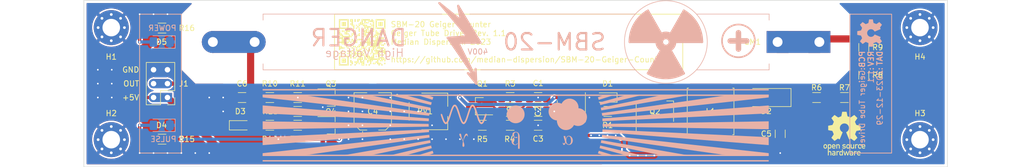
<source format=kicad_pcb>
(kicad_pcb (version 20221018) (generator pcbnew)
  (title_block (title "Geiger Tube Driver") (date "2023-12-29") (rev "1.1") (company "https://github.com/median-dispersion/SBM-20-Geiger-Counter"))
  (layers (0 "F.Cu" signal) (31 "B.Cu" signal) (34 "B.Paste" user) (35 "F.Paste" user) (36 "B.SilkS" user "B.Silkscreen") (37 "F.SilkS" user "F.Silkscreen") (38 "B.Mask" user) (39 "F.Mask" user) (44 "Edge.Cuts" user))
  (net 0 "")
  (net 1 "Net-(D1-K)")
  (net 2 "GND")
  (net 3 "Net-(U1-CV)")
  (net 4 "+5V")
  (net 5 "Net-(D2-K)")
  (net 6 "Net-(C6-Pad1)")
  (net 7 "Net-(D1-A)")
  (net 8 "Net-(D2-A)")
  (net 9 "Net-(D3-K)")
  (net 10 "Net-(D3-A)")
  (net 11 "Net-(D4-A)")
  (net 12 "Net-(D5-A)")
  (net 13 "Net-(GM1-Pad1)")
  (net 14 "Net-(Q1-B)")
  (net 15 "Net-(Q1-C)")
  (net 16 "Net-(Q3-B)")
  (net 17 "Net-(Q3-C)")
  (net 18 "Net-(Q4-B)")
  (net 19 "Net-(Q4-C)")
  (net 20 "Net-(U1-Q)")
  (net 21 "Net-(R5-Pad2)")
  (net 22 "Net-(R6-Pad2)")
  (net 23 "Net-(R7-Pad2)")
  (net 24 "Net-(R8-Pad2)")
  (net 25 "Net-(Q2-B)")
  (footprint "Footprints:MountingHole_3.2mm_M3_Pad_Via" (layer "F.Cu") (at 76.77 111.59)
    (fp_text reference "H2" (at 0 -4.82) (layer "F.SilkS"))
    (fp_text value "MountingHole_Pad")
    (pad "1" thru_hole circle (at -2.4 0) (size 1 1) (drill 0.5) (layers "*.Cu" "*.Mask") (net 2 "GND"))
    (pad "1" thru_hole circle (at -1.697056 -1.697056) (size 1 1) (drill 0.5) (layers "*.Cu" "*.Mask") (net 2 "GND"))
    (pad "1" thru_hole circle (at -1.697056 1.697056) (size 1 1) (drill 0.5) (layers "*.Cu" "*.Mask") (net 2 "GND"))
    (pad "1" thru_hole circle (at 0 -2.4) (size 1 1) (drill 0.5) (layers "*.Cu" "*.Mask") (net 2 "GND"))
    (pad "1" thru_hole circle (at 0 0) (size 6.4 6.4) (drill 3.2) (layers "*.Cu" "*.Mask") (net 2 "GND"))
    (pad "1" thru_hole circle (at 0 2.4) (size 1 1) (drill 0.5) (layers "*.Cu" "*.Mask") (net 2 "GND"))
    (pad "1" thru_hole circle (at 1.697056 -1.697056) (size 1 1) (drill 0.5) (layers "*.Cu" "*.Mask") (net 2 "GND"))
    (pad "1" thru_hole circle (at 1.697056 1.697056) (size 1 1) (drill 0.5) (layers "*.Cu" "*.Mask") (net 2 "GND"))
    (pad "1" thru_hole circle (at 2.4 0) (size 1 1) (drill 0.5) (layers "*.Cu" "*.Mask") (net 2 "GND"))
  )
  (footprint "Diode_SMD:D_SOD-323_HandSoldering" (layer "F.Cu") (at 100.31 108.96)
    (fp_text reference "D3" (at 0 -2.54) (layer "F.SilkS"))
    (fp_text value "RB751V-40")
    (pad "1" smd roundrect (at -1.25 0) (size 1 1) (layers "F.Cu" "F.Paste" "F.Mask") (net 9 "Net-(D3-K)"))
    (pad "2" smd roundrect (at 1.25 0) (size 1 1) (layers "F.Cu" "F.Paste" "F.Mask") (net 10 "Net-(D3-A)"))
  )
  (footprint "Resistor_SMD:R_1206_3216Metric_Pad1.30x1.75mm_HandSolder" (layer "F.Cu") (at 110.77 106.42 180)
    (fp_text reference "R13" (at 3.43 0) (layer "F.SilkS") (effects (justify right)))
    (fp_text value "10k")
    (pad "1" smd roundrect (at -1.55 0 180) (size 1.3 1.75) (layers "F.Cu" "F.Paste" "F.Mask") (roundrect_rratio 0.192308) (net 17 "Net-(Q3-C)"))
    (pad "2" smd roundrect (at 1.55 0 180) (size 1.3 1.75) (layers "F.Cu" "F.Paste" "F.Mask") (roundrect_rratio 0.192308) (net 18 "Net-(Q4-B)"))
  )
  (footprint "Package_SO:SOIC-8_3.9x4.9mm_P1.27mm" (layer "F.Cu") (at 160.68 106.42 -90)
    (fp_text reference "U1" (at 0 0 -180) (layer "F.SilkS"))
    (fp_text value "NE555D")
    (pad "1" smd roundrect (at -2.475 -1.905 270) (size 1.95 0.6) (layers "F.Cu" "F.Paste" "F.Mask") (net 2 "GND"))
    (pad "2" smd roundrect (at -2.475 -0.635 270) (size 1.95 0.6) (layers "F.Cu" "F.Paste" "F.Mask") (net 1 "Net-(D1-K)"))
    (pad "3" smd roundrect (at -2.475 0.635 270) (size 1.95 0.6) (layers "F.Cu" "F.Paste" "F.Mask") (net 20 "Net-(U1-Q)"))
    (pad "4" smd roundrect (at -2.475 1.905 270) (size 1.95 0.6) (layers "F.Cu" "F.Paste" "F.Mask") (net 15 "Net-(Q1-C)"))
    (pad "5" smd roundrect (at 2.475 1.905 270) (size 1.95 0.6) (layers "F.Cu" "F.Paste" "F.Mask") (net 3 "Net-(U1-CV)"))
    (pad "6" smd roundrect (at 2.475 0.635 270) (size 1.95 0.6) (layers "F.Cu" "F.Paste" "F.Mask") (net 2 "GND"))
    (pad "7" smd roundrect (at 2.475 -0.635 270) (size 1.95 0.6) (layers "F.Cu" "F.Paste" "F.Mask") (net 25 "Net-(Q2-B)"))
    (pad "8" smd roundrect (at 2.475 -1.905 270) (size 1.95 0.6) (layers "F.Cu" "F.Paste" "F.Mask") (net 4 "+5V"))
  )
  (footprint "Resistor_SMD:R_1206_3216Metric_Pad1.30x1.75mm_HandSolder" (layer "F.Cu") (at 210.49 103.88)
    (fp_text reference "R7" (at 0 -1.82) (layer "F.SilkS"))
    (fp_text value "1.2M")
    (pad "1" smd roundrect (at -1.55 0) (size 1.3 1.75) (layers "F.Cu" "F.Paste" "F.Mask") (roundrect_rratio 0.192308) (net 22 "Net-(R6-Pad2)"))
    (pad "2" smd roundrect (at 1.55 0) (size 1.3 1.75) (layers "F.Cu" "F.Paste" "F.Mask") (roundrect_rratio 0.192308) (net 23 "Net-(R7-Pad2)"))
  )
  (footprint "Package_TO_SOT_SMD:SOT-23_Handsoldering" (layer "F.Cu") (at 143.94 105.47 180)
    (fp_text reference "Q1" (at -0.51 4.13) (layer "F.SilkS"))
    (fp_text value "MMBT3904")
    (pad "1" smd rect (at -1.5 -0.95 180) (size 1.9 0.8) (layers "F.Cu" "F.Paste" "F.Mask") (net 14 "Net-(Q1-B)"))
    (pad "2" smd rect (at -1.5 0.95 180) (size 1.9 0.8) (layers "F.Cu" "F.Paste" "F.Mask") (net 2 "GND"))
    (pad "3" smd rect (at 1.5 0 180) (size 1.9 0.8) (layers "F.Cu" "F.Paste" "F.Mask") (net 15 "Net-(Q1-C)"))
  )
  (footprint "Resistor_SMD:R_1206_3216Metric_Pad1.30x1.75mm_HandSolder" (layer "F.Cu") (at 214.02 99.79 90)
    (fp_text reference "R8" (at 0 2.54 180) (layer "F.SilkS"))
    (fp_text value "1.2M")
    (pad "1" smd roundrect (at -1.55 0 90) (size 1.3 1.75) (layers "F.Cu" "F.Paste" "F.Mask") (roundrect_rratio 0.192308) (net 23 "Net-(R7-Pad2)"))
    (pad "2" smd roundrect (at 1.55 0 90) (size 1.3 1.75) (layers "F.Cu" "F.Paste" "F.Mask") (roundrect_rratio 0.192308) (net 24 "Net-(R8-Pad2)"))
  )
  (footprint "Resistor_SMD:R_1206_3216Metric_Pad1.30x1.75mm_HandSolder" (layer "F.Cu") (at 214.02 94.71 90)
    (fp_text reference "R9" (at 0 2.54 180) (layer "F.SilkS"))
    (fp_text value "1.2M")
    (pad "1" smd roundrect (at -1.55 0 90) (size 1.3 1.75) (layers "F.Cu" "F.Paste" "F.Mask") (roundrect_rratio 0.192308) (net 24 "Net-(R8-Pad2)"))
    (pad "2" smd roundrect (at 1.55 0 90) (size 1.3 1.75) (layers "F.Cu" "F.Paste" "F.Mask") (roundrect_rratio 0.192308) (net 13 "Net-(GM1-Pad1)"))
  )
  (footprint "Footprints:QR Code" (layer "F.Cu") (at 122.588646 93.948912)
    (fp_text reference "REF**" hide)
    (fp_text value "QR Code" hide)
  )
  (footprint "Capacitor_SMD:C_1206_3216Metric_Pad1.33x1.80mm_HandSolder" (layer "F.Cu") (at 198.78 110.5225 -90)
    (fp_text reference "C5" (at 0 2.54 180) (layer "F.SilkS"))
    (fp_text value "10nF")
    (pad "1" smd roundrect (at -1.5625 0 270) (size 1.325 1.8) (layers "F.Cu" "F.Paste" "F.Mask") (roundrect_rratio 0.188679) (net 5 "Net-(D2-K)"))
    (pad "2" smd roundrect (at 1.5625 0 270) (size 1.325 1.8) (layers "F.Cu" "F.Paste" "F.Mask") (roundrect_rratio 0.188679) (net 2 "GND"))
  )
  (footprint "Resistor_SMD:R_1206_3216Metric_Pad1.30x1.75mm_HandSolder" (layer "F.Cu") (at 167.31 106.42)
    (fp_text reference "R1" (at 0 2.54) (layer "F.SilkS"))
    (fp_text value "330")
    (pad "1" smd roundrect (at -1.55 0) (size 1.3 1.75) (layers "F.Cu" "F.Paste" "F.Mask") (roundrect_rratio 0.192308) (net 20 "Net-(U1-Q)"))
    (pad "2" smd roundrect (at 1.55 0) (size 1.3 1.75) (layers "F.Cu" "F.Paste" "F.Mask") (roundrect_rratio 0.192308) (net 25 "Net-(Q2-B)"))
  )
  (footprint "Footprints:MountingHole_3.2mm_M3_Pad_Via" (layer "F.Cu") (at 76.77 91.09)
    (fp_text reference "H1" (at 0 5.34) (layer "F.SilkS"))
    (fp_text value "MountingHole_Pad")
    (pad "1" thru_hole circle (at -2.4 0) (size 1 1) (drill 0.5) (layers "*.Cu" "*.Mask") (net 2 "GND"))
    (pad "1" thru_hole circle (at -1.697056 -1.697056) (size 1 1) (drill 0.5) (layers "*.Cu" "*.Mask") (net 2 "GND"))
    (pad "1" thru_hole circle (at -1.697056 1.697056) (size 1 1) (drill 0.5) (layers "*.Cu" "*.Mask") (net 2 "GND"))
    (pad "1" thru_hole circle (at 0 -2.4) (size 1 1) (drill 0.5) (layers "*.Cu" "*.Mask") (net 2 "GND"))
    (pad "1" thru_hole circle (at 0 0) (size 6.4 6.4) (drill 3.2) (layers "*.Cu" "*.Mask") (net 2 "GND"))
    (pad "1" thru_hole circle (at 0 2.4) (size 1 1) (drill 0.5) (layers "*.Cu" "*.Mask") (net 2 "GND"))
    (pad "1" thru_hole circle (at 1.697056 -1.697056) (size 1 1) (drill 0.5) (layers "*.Cu" "*.Mask") (net 2 "GND"))
    (pad "1" thru_hole circle (at 1.697056 1.697056) (size 1 1) (drill 0.5) (layers "*.Cu" "*.Mask") (net 2 "GND"))
    (pad "1" thru_hole circle (at 2.4 0) (size 1 1) (drill 0.5) (layers "*.Cu" "*.Mask") (net 2 "GND"))
  )
  (footprint "Footprints:OSHW" (layer "F.Cu") (at 210.491096 110.11372)
    (fp_text reference "REF**" hide)
    (fp_text value "OSHW" hide)
  )
  (footprint "Connector_PinHeader_2.54mm:PinHeader_2x03_P2.54mm_Vertical" (layer "F.Cu") (at 87.02 103.88 180)
    (fp_text reference "J1" (at -2.98 2.54) (layer "F.SilkS"))
    (fp_text value "I/O")
    (pad "1" thru_hole rect (at 0 0 180) (size 1.7 1.7) (drill 1) (layers "*.Cu" "*.Mask") (net 4 "+5V"))
    (pad "2" thru_hole oval (at 2.54 0 180) (size 1.7 1.7) (drill 1) (layers "*.Cu" "*.Mask") (net 4 "+5V"))
    (pad "3" thru_hole oval (at 0 2.54 180) (size 1.7 1.7) (drill 1) (layers "*.Cu" "*.Mask") (net 9 "Net-(D3-K)"))
    (pad "4" thru_hole oval (at 2.54 2.54 180) (size 1.7 1.7) (drill 1) (layers "*.Cu" "*.Mask") (net 9 "Net-(D3-K)"))
    (pad "5" thru_hole oval (at 0 5.08 180) (size 1.7 1.7) (drill 1) (layers "*.Cu" "*.Mask") (net 2 "GND"))
    (pad "6" thru_hole oval (at 2.54 5.08 180) (size 1.7 1.7) (drill 1) (layers "*.Cu" "*.Mask") (net 2 "GND"))
  )
  (footprint "Capacitor_SMD:C_1206_3216Metric_Pad1.33x1.80mm_HandSolder" (layer "F.Cu") (at 154.6225 103.88)
    (fp_text reference "C1" (at 0 -2.605) (layer "F.SilkS"))
    (fp_text value "1nF")
    (pad "1" smd roundrect (at -1.5625 0) (size 1.325 1.8) (layers "F.Cu" "F.Paste" "F.Mask") (roundrect_rratio 0.188679) (net 1 "Net-(D1-K)"))
    (pad "2" smd roundrect (at 1.5625 0) (size 1.325 1.8) (layers "F.Cu" "F.Paste" "F.Mask") (roundrect_rratio 0.188679) (net 2 "GND"))
  )
  (footprint "Footprints:SMA_HV_Handsoldering" (layer "F.Cu") (at 196.24 103.88 180)
    (fp_text reference "D2" (at 0 -2.5) (layer "F.SilkS"))
    (fp_text value "RS1J")
    (pad "1" smd roundrect (at -2.6 0 180) (size 3.3 1.8) (layers "F.Cu" "F.Paste" "F.Mask") (roundrect_rratio 0.1388888889) (net 5 "Net-(D2-K)"))
    (pad "2" smd roundrect (at 2.599995 0 180) (size 3.29999 1.8) (layers "F.Cu" "F.Paste" "F.Mask") (roundrect_rratio 0.1388888889) (net 8 "Net-(D2-A)"))
  )
  (footprint "Resistor_SMD:R_1206_3216Metric_Pad1.30x1.75mm_HandSolder" (layer "F.Cu") (at 110.77 108.96)
    (fp_text reference "R12" (at 0 2.54) (layer "F.SilkS"))
    (fp_text value "10k")
    (pad "1" smd roundrect (at -1.55 0) (size 1.3 1.75) (layers "F.Cu" "F.Paste" "F.Mask") (roundrect_rratio 0.192308) (net 4 "+5V"))
    (pad "2" smd roundrect (at 1.55 0) (size 1.3 1.75) (layers "F.Cu" "F.Paste" "F.Mask") (roundrect_rratio 0.192308) (net 17 "Net-(Q3-C)"))
  )
  (footprint "Capacitor_SMD:C_1206_3216Metric_Pad1.33x1.80mm_HandSolder" (layer "F.Cu") (at 154.6225 108.96)
    (fp_text reference "C3" (at 0 2.475) (layer "F.SilkS"))
    (fp_text value "10nF")
    (pad "1" smd roundrect (at -1.5625 0) (size 1.325 1.8) (layers "F.Cu" "F.Paste" "F.Mask") (roundrect_rratio 0.188679) (net 4 "+5V"))
    (pad "2" smd roundrect (at 1.5625 0) (size 1.325 1.8) (layers "F.Cu" "F.Paste" "F.Mask") (roundrect_rratio 0.188679) (net 2 "GND"))
  )
  (footprint "Resistor_SMD:R_1206_3216Metric_Pad1.30x1.75mm_HandSolder" (layer "F.Cu") (at 110.77 103.88)
    (fp_text reference "R11" (at 0 -2.54) (layer "F.SilkS"))
    (fp_text value "100k")
    (pad "1" smd roundrect (at -1.55 0) (size 1.3 1.75) (layers "F.Cu" "F.Paste" "F.Mask") (roundrect_rratio 0.192308) (net 16 "Net-(Q3-B)"))
    (pad "2" smd roundrect (at 1.55 0) (size 1.3 1.75) (layers "F.Cu" "F.Paste" "F.Mask") (roundrect_rratio 0.192308) (net 2 "GND"))
  )
  (footprint "Capacitor_SMD:C_1206_3216Metric_Pad1.33x1.80mm_HandSolder" (layer "F.Cu") (at 154.6225 106.42)
    (fp_text reference "C2" (at 0 0 90) (layer "F.SilkS"))
    (fp_text value "10nF")
    (pad "1" smd roundrect (at -1.5625 0) (size 1.325 1.8) (layers "F.Cu" "F.Paste" "F.Mask") (roundrect_rratio 0.188679) (net 3 "Net-(U1-CV)"))
    (pad "2" smd roundrect (at 1.5625 0) (size 1.325 1.8) (layers "F.Cu" "F.Paste" "F.Mask") (roundrect_rratio 0.188679) (net 2 "GND"))
  )
  (footprint "Resistor_SMD:R_1206_3216Metric_Pad1.30x1.75mm_HandSolder" (layer "F.Cu") (at 144.45 108.96 180)
    (fp_text reference "R5" (at 0 -2.54) (layer "F.SilkS"))
    (fp_text value "15")
    (pad "1" smd roundrect (at -1.55 0 180) (size 1.3 1.75) (layers "F.Cu" "F.Paste" "F.Mask") (roundrect_rratio 0.192308) (net 14 "Net-(Q1-B)"))
    (pad "2" smd roundrect (at 1.55 0 180) (size 1.3 1.75) (layers "F.Cu" "F.Paste" "F.Mask") (roundrect_rratio 0.192308) (net 21 "Net-(R5-Pad2)"))
  )
  (footprint "Package_TO_SOT_SMD:SOT-223-3_TabPin2" (layer "F.Cu") (at 175.92 106.42 90)
    (fp_text reference "Q2" (at 0 0 180) (layer "F.SilkS"))
    (fp_text value "STN2580")
    (pad "1" smd rect (at -3.15 -2.3 90) (size 2 1.5) (layers "F.Cu" "F.Paste" "F.Mask") (net 25 "Net-(Q2-B)"))
    (pad "2" smd rect (at -3.15 0 90) (size 2 1.5) (layers "F.Cu" "F.Paste" "F.Mask") (net 8 "Net-(D2-A)"))
    (pad "2" smd rect (at 3.15 0 90) (size 2 3.8) (layers "F.Cu" "F.Paste" "F.Mask") (net 8 "Net-(D2-A)"))
    (pad "3" smd rect (at -3.15 2.3 90) (size 2 1.5) (layers "F.Cu" "F.Paste" "F.Mask") (net 14 "Net-(Q1-B)"))
  )
  (footprint "Resistor_SMD:R_1206_3216Metric_Pad1.30x1.75mm_HandSolder" (layer "F.Cu") (at 149.53 106.42 180)
    (fp_text reference "R2" (at 0 0 90) (layer "F.SilkS"))
    (fp_text value "1k")
    (pad "1" smd roundrect (at -1.55 0 180) (size 1.3 1.75) (layers "F.Cu" "F.Paste" "F.Mask") (roundrect_rratio 0.192308) (net 20 "Net-(U1-Q)"))
    (pad "2" smd roundrect (at 1.55 0 180) (size 1.3 1.75) (layers "F.Cu" "F.Paste" "F.Mask") (roundrect_rratio 0.192308) (net 7 "Net-(D1-A)"))
  )
  (footprint "Footprints:3361P-1-100GLF" (layer "F.Cu") (at 134.62 106.42)
    (fp_text reference "RV1" (at -0.62 0) (layer "F.SilkS"))
    (fp_text value "10")
    (pad "1" smd rect (at -3.2 -2.54) (size 3.3 1.19) (layers "F.Cu" "F.Paste" "F.Mask") (net 21 "Net-(R5-Pad2)"))
    (pad "2" smd rect (at 3.2 0) (size 3.3 1.19) (layers "F.Cu" "F.Paste" "F.Mask") (net 21 "Net-(R5-Pad2)"))
    (pad "3" smd rect (at -3.2 2.54) (size 3.3 1.19) (layers "F.Cu" "F.Paste" "F.Mask") (net 2 "GND"))
  )
  (footprint "Resistor_SMD:R_1206_3216Metric_Pad1.30x1.75mm_HandSolder" (layer "F.Cu") (at 86.03 91.18 180)
    (fp_text reference "R16" (at -6.07 0) (layer "F.SilkS") (effects (justify right)))
    (fp_text value "1k")
    (pad "1" smd roundrect (at -1.55 0 180) (size 1.3 1.75) (layers "F.Cu" "F.Paste" "F.Mask") (roundrect_rratio 0.192308) (net 4 "+5V"))
    (pad "2" smd roundrect (at 1.55 0 180) (size 1.3 1.75) (layers "F.Cu" "F.Paste" "F.Mask") (roundrect_rratio 0.192308) (net 12 "Net-(D5-A)"))
  )
  (footprint "Resistor_SMD:R_1206_3216Metric_Pad1.30x1.75mm_HandSolder" (layer "F.Cu") (at 105.69 108.96 180)
    (fp_text reference "R14" (at 0 -2.54) (layer "F.SilkS"))
    (fp_text value "10k")
    (pad "1" smd roundrect (at -1.55 0 180) (size 1.3 1.75) (layers "F.Cu" "F.Paste" "F.Mask") (roundrect_rratio 0.192308) (net 19 "Net-(Q4-C)"))
    (pad "2" smd roundrect (at 1.55 0 180) (size 1.3 1.75) (layers "F.Cu" "F.Paste" "F.Mask") (roundrect_rratio 0.192308) (net 10 "Net-(D3-A)"))
  )
  (footprint "Resistor_SMD:R_1206_3216Metric_Pad1.30x1.75mm_HandSolder" (layer "F.Cu") (at 149.53 108.96)
    (fp_text reference "R4" (at 0.99 2.54) (layer "F.SilkS") (effects (justify right)))
    (fp_text value "100k")
    (pad "1" smd roundrect (at -1.55 0) (size 1.3 1.75) (layers "F.Cu" "F.Paste" "F.Mask") (roundrect_rratio 0.192308) (net 4 "+5V"))
    (pad "2" smd roundrect (at 1.55 0) (size 1.3 1.75) (layers "F.Cu" "F.Paste" "F.Mask") (roundrect_rratio 0.192308) (net 15 "Net-(Q1-C)"))
  )
  (footprint "Resistor_SMD:R_1206_3216Metric_Pad1.30x1.75mm_HandSolder" (layer "F.Cu") (at 86.03 111.5 180)
    (fp_text reference "R15" (at -6.07 0) (layer "F.SilkS") (effects (justify right)))
    (fp_text value "150")
    (pad "1" smd roundrect (at -1.55 0 180) (size 1.3 1.75) (layers "F.Cu" "F.Paste" "F.Mask") (roundrect_rratio 0.192308) (net 19 "Net-(Q4-C)"))
    (pad "2" smd roundrect (at 1.55 0 180) (size 1.3 1.75) (layers "F.Cu" "F.Paste" "F.Mask") (roundrect_rratio 0.192308) (net 11 "Net-(D4-A)"))
  )
  (footprint "Resistor_SMD:R_1206_3216Metric_Pad1.30x1.75mm_HandSolder" (layer "F.Cu") (at 105.69 103.88)
    (fp_text reference "R10" (at 0 -2.54) (layer "F.SilkS"))
    (fp_text value "22k")
    (pad "1" smd roundrect (at -1.55 0) (size 1.3 1.75) (layers "F.Cu" "F.Paste" "F.Mask") (roundrect_rratio 0.192308) (net 6 "Net-(C6-Pad1)"))
    (pad "2" smd roundrect (at 1.55 0) (size 1.3 1.75) (layers "F.Cu" "F.Paste" "F.Mask") (roundrect_rratio 0.192308) (net 16 "Net-(Q3-B)"))
  )
  (footprint "Package_TO_SOT_SMD:SOT-23_Handsoldering" (layer "F.Cu") (at 116.84 103.88)
    (fp_text reference "Q3" (at 0 -2.5) (layer "F.SilkS"))
    (fp_text value "MMBT3904")
    (pad "1" smd rect (at -1.5 -0.95) (size 1.9 0.8) (layers "F.Cu" "F.Paste" "F.Mask") (net 16 "Net-(Q3-B)"))
    (pad "2" smd rect (at -1.5 0.95) (size 1.9 0.8) (layers "F.Cu" "F.Paste" "F.Mask") (net 2 "GND"))
    (pad "3" smd rect (at 1.5 0) (size 1.9 0.8) (layers "F.Cu" "F.Paste" "F.Mask") (net 17 "Net-(Q3-C)"))
  )
  (footprint "Diode_SMD:D_SOD-323_HandSoldering" (layer "F.Cu") (at 167.01 103.88 180)
    (fp_text reference "D1" (at -0.3 2.54) (layer "F.SilkS"))
    (fp_text value "1N914BWS")
    (pad "1" smd roundrect (at -1.25 0 180) (size 1 1) (layers "F.Cu" "F.Paste" "F.Mask") (net 1 "Net-(D1-K)"))
    (pad "2" smd roundrect (at 1.25 0 180) (size 1 1) (layers "F.Cu" "F.Paste" "F.Mask") (net 7 "Net-(D1-A)"))
  )
  (footprint "Capacitor_SMD:C_1206_3216Metric_Pad1.33x1.80mm_HandSolder" (layer "F.Cu") (at 100.6225 103.88 180)
    (fp_text reference "C6" (at 0 2.54) (layer "F.SilkS"))
    (fp_text value "220pF")
    (pad "1" smd roundrect (at -1.5625 0 180) (size 1.325 1.8) (layers "F.Cu" "F.Paste" "F.Mask") (roundrect_rratio 0.188679) (net 6 "Net-(C6-Pad1)"))
    (pad "2" smd roundrect (at 1.5625 0 180) (size 1.325 1.8) (layers "F.Cu" "F.Paste" "F.Mask") (roundrect_rratio 0.188679) (net 2 "GND"))
  )
  (footprint "Capacitor_SMD:CP_Elec_6.3x5.4" (layer "F.Cu") (at 124.46 106.42 90)
    (fp_text reference "C4" (at 0 0 180) (layer "F.SilkS"))
    (fp_text value "100uF")
    (pad "1" smd roundrect (at -2.8 0 90) (size 3.5 1.6) (layers "F.Cu" "F.Paste" "F.Mask") (roundrect_rratio 0.15625) (net 4 "+5V"))
    (pad "2" smd roundrect (at 2.8 0 90) (size 3.5 1.6) (layers "F.Cu" "F.Paste" "F.Mask") (roundrect_rratio 0.15625) (net 2 "GND"))
  )
  (footprint "Package_TO_SOT_SMD:SOT-23_Handsoldering" (layer "F.Cu") (at 116.84 108.96)
    (fp_text reference "Q4" (at 0 -2.5) (layer "F.SilkS"))
    (fp_text value "MMBT3906")
    (pad "1" smd rect (at -1.5 -0.95) (size 1.9 0.8) (layers "F.Cu" "F.Paste" "F.Mask") (net 18 "Net-(Q4-B)"))
    (pad "2" smd rect (at -1.5 0.95) (size 1.9 0.8) (layers "F.Cu" "F.Paste" "F.Mask") (net 4 "+5V"))
    (pad "3" smd rect (at 1.5 0) (size 1.9 0.8) (layers "F.Cu" "F.Paste" "F.Mask") (net 19 "Net-(Q4-C)"))
  )
  (footprint "Footprints:MountingHole_3.2mm_M3_Pad_Via" (layer "F.Cu") (at 224.27 111.59)
    (fp_text reference "H3" (at 0 -4.82) (layer "F.SilkS"))
    (fp_text value "MountingHole_Pad")
    (pad "1" thru_hole circle (at -2.4 0) (size 1 1) (drill 0.5) (layers "*.Cu" "*.Mask") (net 2 "GND"))
    (pad "1" thru_hole circle (at -1.697056 -1.697056) (size 1 1) (drill 0.5) (layers "*.Cu" "*.Mask") (net 2 "GND"))
    (pad "1" thru_hole circle (at -1.697056 1.697056) (size 1 1) (drill 0.5) (layers "*.Cu" "*.Mask") (net 2 "GND"))
    (pad "1" thru_hole circle (at 0 -2.4) (size 1 1) (drill 0.5) (layers "*.Cu" "*.Mask") (net 2 "GND"))
    (pad "1" thru_hole circle (at 0 0) (size 6.4 6.4) (drill 3.2) (layers "*.Cu" "*.Mask") (net 2 "GND"))
    (pad "1" thru_hole circle (at 0 2.4) (size 1 1) (drill 0.5) (layers "*.Cu" "*.Mask") (net 2 "GND"))
    (pad "1" thru_hole circle (at 1.697056 -1.697056) (size 1 1) (drill 0.5) (layers "*.Cu" "*.Mask") (net 2 "GND"))
    (pad "1" thru_hole circle (at 1.697056 1.697056) (size 1 1) (drill 0.5) (layers "*.Cu" "*.Mask") (net 2 "GND"))
    (pad "1" thru_hole circle (at 2.4 0) (size 1 1) (drill 0.5) (layers "*.Cu" "*.Mask") (net 2 "GND"))
  )
  (footprint "Resistor_SMD:R_1206_3216Metric_Pad1.30x1.75mm_HandSolder" (layer "F.Cu") (at 149.53 103.88 180)
    (fp_text reference "R3" (at 0 2.54) (layer "F.SilkS"))
    (fp_text value "220k")
    (pad "1" smd roundrect (at -1.55 0 180) (size 1.3 1.75) (layers "F.Cu" "F.Paste" "F.Mask") (roundrect_rratio 0.192308) (net 1 "Net-(D1-K)"))
    (pad "2" smd roundrect (at 1.55 0 180) (size 1.3 1.75) (layers "F.Cu" "F.Paste" "F.Mask") (roundrect_rratio 0.192308) (net 2 "GND"))
  )
  (footprint "Resistor_SMD:R_1206_3216Metric_Pad1.30x1.75mm_HandSolder" (layer "F.Cu") (at 205.41 103.88)
    (fp_text reference "R6" (at 0 -1.82) (layer "F.SilkS"))
    (fp_text value "1.2M")
    (pad "1" smd roundrect (at -1.55 0) (size 1.3 1.75) (layers "F.Cu" "F.Paste" "F.Mask") (roundrect_rratio 0.192308) (net 5 "Net-(D2-K)"))
    (pad "2" smd roundrect (at 1.55 0) (size 1.3 1.75) (layers "F.Cu" "F.Paste" "F.Mask") (roundrect_rratio 0.192308) (net 22 "Net-(R6-Pad2)"))
  )
  (footprint "Footprints:8065_Handsoldering" (layer "F.Cu") (at 186.08 106.42 90)
    (fp_text reference "L1" (at 0 0 180) (layer "F.SilkS"))
    (fp_text value "10mH")
    (pad "1" smd rect (at -3.49 0 90) (size 3.18 7.5) (layers "F.Cu" "F.Paste" "F.Mask") (net 4 "+5V"))
    (pad "2" smd rect (at 3.49 0 90) (size 3.18 7.5) (layers "F.Cu" "F.Paste" "F.Mask") (net 8 "Net-(D2-A)"))
  )
  (footprint "Footprints:MountingHole_3.2mm_M3_Pad_Via" (layer "F.Cu") (at 224.27 91.09)
    (fp_text reference "H4" (at 0 5.34) (layer "F.SilkS"))
    (fp_text value "MountingHole_Pad")
    (pad "1" thru_hole circle (at -2.4 0) (size 1 1) (drill 0.5) (layers "*.Cu" "*.Mask") (net 2 "GND"))
    (pad "1" thru_hole circle (at -1.697056 -1.697056) (size 1 1) (drill 0.5) (layers "*.Cu" "*.Mask") (net 2 "GND"))
    (pad "1" thru_hole circle (at -1.697056 1.697056) (size 1 1) (drill 0.5) (layers "*.Cu" "*.Mask") (net 2 "GND"))
    (pad "1" thru_hole circle (at 0 -2.4) (size 1 1) (drill 0.5) (layers "*.Cu" "*.Mask") (net 2 "GND"))
    (pad "1" thru_hole circle (at 0 0) (size 6.4 6.4) (drill 3.2) (layers "*.Cu" "*.Mask") (net 2 "GND"))
    (pad "1" thru_hole circle (at 0 2.4) (size 1 1) (drill 0.5) (layers "*.Cu" "*.Mask") (net 2 "GND"))
    (pad "1" thru_hole circle (at 1.697056 -1.697056) (size 1 1) (drill 0.5) (layers "*.Cu" "*.Mask") (net 2 "GND"))
    (pad "1" thru_hole circle (at 1.697056 1.697056) (size 1 1) (drill 0.5) (layers "*.Cu" "*.Mask") (net 2 "GND"))
    (pad "1" thru_hole circle (at 2.4 0) (size 1 1) (drill 0.5) (layers "*.Cu" "*.Mask") (net 2 "GND"))
  )
  (footprint "Footprints:SBM-20" (layer "B.Cu") (at 205.26 93.72 180)
    (fp_text reference "GM1" (at 11.56 0) (layer "F.SilkS"))
    (fp_text value "SBM-20")
    (fp_text user "High Voltage" (at 74.992 -2) (layer "B.SilkS") (effects (font (size 1.5 1.5)) (justify left mirror)))
    (fp_text user "SBM-20" (at 47.656 0) (layer "B.SilkS") (effects (font (size 3 3) (thickness 0.4)) (justify mirror)))
    (fp_text user "DANGER" (at 83.374 0.75) (layer "B.SilkS") (effects (font (size 3 3) (thickness 0.4)) (justify mirror)))
    (fp_text user "400V" (at 61.626 -1.778) (layer "B.SilkS") (effects (justify mirror)))
    (pad "1" thru_hole rect (at -0.66 0 180) (size 4 4) (drill 1.8) (layers "*.Cu" "*.Mask") (net 13 "Net-(GM1-Pad1)"))
    (pad "1" thru_hole rect (at 6.96 0 180) (size 4 4) (drill 1.8) (layers "*.Cu" "*.Mask") (net 13 "Net-(GM1-Pad1)"))
    (pad "2" thru_hole circle (at 102.34 0 180) (size 4 4) (drill 1.8) (layers "*.Cu" "*.Mask") (net 6 "Net-(C6-Pad1)"))
    (pad "2" thru_hole circle (at 109.96 0 180) (size 4 4) (drill 1.8) (layers "*.Cu" "*.Mask") (net 6 "Net-(C6-Pad1)"))
  )
  (footprint "LED_SMD:LED_1206_3216Metric_Pad1.42x1.75mm_HandSolder" (layer "B.Cu") (at 85.9675 93.72 180)
    (fp_text reference "D5" (at -1.0525 0) (layer "F.SilkS") (effects (justify right)))
    (fp_text value "RED")
    (pad "1" smd roundrect (at -1.4875 0 180) (size 1.425 1.75) (layers "B.Cu" "B.Paste" "B.Mask") (roundrect_rratio 0.175439) (net 2 "GND"))
    (pad "2" smd roundrect (at 1.4875 0 180) (size 1.425 1.75) (layers "B.Cu" "B.Paste" "B.Mask") (roundrect_rratio 0.175439) (net 12 "Net-(D5-A)"))
  )
  (footprint "Footprints:Silkscreen Artwork" (layer "B.Cu") (at 150.52 108.96 180)
    (fp_text reference "REF**" hide)
    (fp_text value "Silkscreen Artwork" hide)
  )
  (footprint "Footprints:OSHW Logo" (layer "B.Cu") (at 215.078881 92.082489 -90)
    (fp_text reference "REF**" hide)
    (fp_text value "OSHW Logo" hide)
  )
  (footprint "LED_SMD:LED_1206_3216Metric_Pad1.42x1.75mm_HandSolder" (layer "B.Cu") (at 85.9675 108.96 180)
    (fp_text reference "D4" (at -1.0525 0) (layer "F.SilkS") (effects (justify right)))
    (fp_text value "GREEN")
    (pad "1" smd roundrect (at -1.4875 0 180) (size 1.425 1.75) (layers "B.Cu" "B.Paste" "B.Mask") (roundrect_rratio 0.175439) (net 2 "GND"))
    (pad "2" smd roundrect (at 1.4875 0 180) (size 1.425 1.75) (layers "B.Cu" "B.Paste" "B.Mask") (roundrect_rratio 0.175439) (net 11 "Net-(D4-A)"))
  )
  (gr_rect (start 211.48 88.64) (end 219.1 114.04) (stroke (width 0.15)) (fill none) (layer "B.SilkS"))
  (gr_rect (start 81.94 88.64) (end 89.56 114.04) (stroke (width 0.15)) (fill none) (layer "B.SilkS"))
  (gr_rect (start 117.5 88.64) (end 181 98.8) (stroke (width 0.15)) (fill none) (layer "F.SilkS"))
  (gr_rect (start 71.77 86.09) (end 229.27 116.59) (stroke (width 0.1)) (fill none) (layer "Edge.Cuts"))
  (gr_text "PULSE" (at 88.74 111.5) (layer "B.SilkS") (effects (font (size 1 1)) (justify left mirror)))
  (gr_text "PCB\nREV\nDAT" (at 217.517754 95.25676 90) (layer "B.SilkS") (effects (font (size 1 1) (thickness 0.2) bold) (justify left bottom mirror)))
  (gr_text "POWER" (at 88.74 91.18) (layer "B.SilkS") (effects (font (size 1 1)) (justify left mirror)))
  (gr_text ":Geiger Tube Driver\n:1.1\n:2023-12-29" (at 217.53114 98.294027 90) (layer "B.SilkS") (effects (font (size 1 1)) (justify left bottom mirror)))
  (gr_text "+5V" (at 81.94 103.88) (layer "F.SilkS") (effects (font (size 1 1)) (justify right)))
  (gr_text "GND" (at 81.94 98.8) (layer "F.SilkS") (effects (font (size 1 1)) (justify right)))
  (gr_text "SBM-20 Geiger Counter\nGeiger Tube Driver Rev. 1.1\nMedian Dispersion 2023\n\nhttps://github.com/median-dispersion/SBM-20-Geiger-Counter" (at 127.66 93.72) (layer "F.SilkS") (effects (font (size 1 1)) (justify left)))
  (gr_text "OUT" (at 81.94 101.34) (layer "F.SilkS") (effects (font (size 1 1)) (justify right)))
  (segment (start 167.078121 105.061879) (end 164.502676 105.061879) (width 0.35) (layer "F.Cu") (net 1))
  (segment (start 164.502676 105.061879) (end 164.010758 105.553797) (width 0.35) (layer "F.Cu") (net 1))
  (segment (start 161.960037 105.553797) (end 161.315 104.90876) (width 0.35) (layer "F.Cu") (net 1))
  (segment (start 161.315 104.90876) (end 161.315 103.945) (width 0.35) (layer "F.Cu") (net 1))
  (segment (start 161.315 103.269427) (end 161.315 103.945) (width 0.35) (layer "F.Cu") (net 1))
  (segment (start 168.26 103.88) (end 167.078121 105.061879) (width 0.35) (layer "F.Cu") (net 1))
  (segment (start 164.010758 105.553797) (end 161.960037 105.553797) (width 0.35) (layer "F.Cu") (net 1))
  (segment (start 154.450025 102.489975) (end 160.535548 102.489975) (width 0.35) (layer "F.Cu") (net 1))
  (segment (start 160.535548 102.489975) (end 161.315 103.269427) (width 0.35) (layer "F.Cu") (net 1))
  (segment (start 153.06 103.88) (end 154.450025 102.489975) (width 0.35) (layer "F.Cu") (net 1))
  (segment (start 153.06 103.88) (end 151.08 103.88) (width 0.35) (layer "F.Cu") (net 1))
  (segment (start 156.185 106.42) (end 157.569631 106.42) (width 0.6) (layer "F.Cu") (net 2))
  (segment (start 159.161144 106.42) (end 160.062694 107.32155) (width 0.6) (layer "F.Cu") (net 2))
  (segment (start 160.062694 107.32155) (end 160.062694 108.877306) (width 0.6) (layer "F.Cu") (net 2))
  (segment (start 157.569631 106.42) (end 159.161144 106.42) (width 0.6) (layer "F.Cu") (net 2))
  (segment (start 163.98 103.88) (end 162.65 103.88) (width 0.6) (layer "F.Cu") (net 2))
  (segment (start 198.78 112.085) (end 198.78 114.04) (width 0.6) (layer "F.Cu") (net 2))
  (segment (start 84.48 98.8) (end 87.02 98.8) (width 2.5) (layer "F.Cu") (net 2))
  (segment (start 113.27 104.83) (end 115.34 104.83) (width 0.35) (layer "F.Cu") (net 2))
  (segment (start 162.65 103.88) (end 162.585 103.945) (width 0.35) (layer "F.Cu") (net 2))
  (segment (start 160.062694 108.877306) (end 160.045 108.895) (width 0.6) (layer "F.Cu") (net 2))
  (segment (start 112.32 103.88) (end 110.8 103.88) (width 0.35) (layer "F.Cu") (net 2))
  (segment (start 156.185 106.42) (end 154.64 106.42) (width 0.6) (layer "F.Cu") (net 2))
  (segment (start 115.34 105.64) (end 115.34 104.83) (width 0.35) (layer "F.Cu") (net 2))
  (segment (start 156.185 108.96) (end 154.6225 108.96) (width 0.6) (layer "F.Cu") (net 2))
  (segment (start 112.319999 103.879999) (end 113.27 104.83) (width 0.35) (layer "F.Cu") (net 2))
  (segment (start 156.185 103.88) (end 154.6225 103.88) (width 0.6) (layer "F.Cu") (net 2))
  (via (at 89.56 114.04) (size 0.5) (drill 0.3) (layers "F.Cu" "B.Cu") (net 2))
  (via (at 120.04 106.42) (size 0.5) (drill 0.3) (layers "F.Cu" "B.Cu") (net 2))
  (via (at 122.58 111.5) (size 0.5) (drill 0.3) (layers "F.Cu" "B.Cu") (net 2))
  (via (at 81.94 88.64) (size 0.5) (drill 0.3) (layers "F.Cu" "B.Cu") (net 2))
  (via (at 110.8 103.88) (size 0.5) (drill 0.3) (layers "F.Cu" "B.Cu") (net 2))
  (via (at 81.94 114.04) (size 0.5) (drill 0.3) (layers "F.Cu" "B.Cu") (net 2))
  (via (at 132.74 106.42) (size 0.5) (drill 0.3) (layers "F.Cu" "B.Cu") (net 2))
  (via (at 140.36 111.5) (size 0.5) (drill 0.3) (layers "F.Cu" "B.Cu") (net 2))
  (via (at 120.04 103.88) (size 0.5) (drill 0.3) (layers "F.Cu" "B.Cu") (net 2))
  (via (at 132.74 111.5) (size 0.5) (drill 0.3) (layers "F.Cu" "B.Cu") (net 2))
  (via (at 122.58 103.88) (size 0.5) (drill 0.3) (layers "F.Cu" "B.Cu") (net 2))
  (via (at 137.82 111.5) (size 0.5) (drill 0.3) (layers "F.Cu" "B.Cu") (net 2))
  (via (at 74.32 101.34) (size 0.5) (drill 0.3) (layers "F.Cu" "B.Cu") (net 2))
  (via (at 135.28 108.96) (size 0.5) (drill 0.3) (layers "F.Cu" "B.Cu") (net 2))
  (via (at 163.98 103.88) (size 0.5) (drill 0.3) (layers "F.Cu" "B.Cu") (net 2))
  (via (at 115.34 105.64) (size 0.5) (drill 0.3) (layers "F.Cu" "B.Cu") (net 2))
  (via (at 76.86 98.8) (size 0.5) (drill 0.3) (layers "F.Cu" "B.Cu") (net 2))
  (via (at 94.64 103.88) (size 0.5) (drill 0.3) (layers "F.Cu" "B.Cu") (net 2))
  (via (at 74.32 103.88) (size 0.5) (drill 0.3) (layers "F.Cu" "B.Cu") (net 2))
  (via (at 130.2 111.5) (size 0.5) (drill 0.3) (layers "F.Cu" "B.Cu") (net 2))
  (via (at 97.18 103.88) (size 0.5) (drill 0.3) (layers "F.Cu" "B.Cu") (net 2))
  (via (at 87.02 114.04) (size 0.5) (drill 0.3) (layers "F.Cu" "B.Cu") (net 2))
  (via (at 127.66 111.5) (size 0.5) (drill 0.3) (layers "F.Cu" "B.Cu") (net 2))
  (via (at 127.66 103.88) (size 0.5) (drill 0.3) (layers "F.Cu" "B.Cu") (net 2))
  (via (at 154.64 106.42) (size 0.5) (drill 0.3) (layers "F.Cu" "B.Cu") (net 2))
  (via (at 84.48 114.04) (size 0.5) (drill 0.3) (layers "F.Cu" "B.Cu") (net 2))
  (via (at 122.58 106.42) (size 0.5) (drill 0.3) (layers "F.Cu" "B.Cu") (net 2))
  (via (at 154.6225 103.88) (size 0.5) (drill 0.3) (layers "F.Cu" "B.Cu") (net 2))
  (via (at 97.18 106.42) (size 0.5) (drill 0.3) (layers "F.Cu" "B.Cu") (net 2))
  (via (at 94.64 114.04) (size 0.5) (drill 0.3) (layers "F.Cu" "B.Cu") (net 2))
  (via (at 127.66 106.42) (size 0.5) (drill 0.3) (layers "F.Cu" "B.Cu") (net 2))
  (via (at 92.1 114.04) (size 0.5) (drill 0.3) (layers "F.Cu" "B.Cu") (net 2))
  (via (at 154.6225 108.96) (size 0.5) (drill 0.3) (layers "F.Cu" "B.Cu") (net 2))
  (via (at 120.04 111.5) (size 0.5) (drill 0.3) (layers "F.Cu" "B.Cu") (net 2))
  (via (at 76.86 103.88) (size 0.5) (drill 0.3) (layers "F.Cu" "B.Cu") (net 2))
  (via (at 87.02 88.64) (size 0.5) (drill 0.3) (layers "F.Cu" "B.Cu") (net 2))
  (via (at 120.04 108.96) (size 0.5) (drill 0.3) (layers "F.Cu" "B.Cu") (net 2))
  (via (at 135.28 111.5) (size 0.5) (drill 0.3) (layers "F.Cu" "B.Cu") (net 2))
  (via (at 74.32 98.8) (size 0.5) (drill 0.3) (layers "F.Cu" "B.Cu") (net 2))
  (via (at 198.78 114.04) (size 0.5) (drill 0.3) (layers "F.Cu" "B.Cu") (net 2))
  (via (at 130.2 106.42) (size 0.5) (drill 0.3) (layers "F.Cu" "B.Cu") (net 2))
  (via (at 127.66 108.96) (size 0.5) (drill 0.3) (layers "F.Cu" "B.Cu") (net 2))
  (via (at 84.48 88.64) (size 0.5) (drill 0.3) (layers "F.Cu" "B.Cu") (net 2))
  (via (at 157.57 106.42) (size 0.5) (drill 0.3) (layers "F.Cu" "B.Cu") (net 2))
  (via (at 142.9 111.5) (size 0.5) (drill 0.3) (layers "F.Cu" "B.Cu") (net 2))
  (via (at 76.86 101.34) (size 0.5) (drill 0.3) (layers "F.Cu" "B.Cu") (net 2))
  (via (at 122.58 108.96) (size 0.5) (drill 0.3) (layers "F.Cu" "B.Cu") (net 2))
  (segment (start 84.48 98.8) (end 87.02 98.8) (width 2.5) (layer "B.Cu") (net 2))
  (segment (start 157.55943 107.67943) (end 158.775 108.895) (width 0.35) (layer "F.Cu") (net 3))
  (segment (start 153.06 106.42) (end 154.31943 107.67943) (width 0.35) (layer "F.Cu") (net 3))
  (segment (start 154.31943 107.67943) (end 157.55943 107.67943) (width 0.35) (layer "F.Cu") (net 3))
  (segment (start 186.08 109.91) (end 186.08 112.328687) (width 1.3) (layer "F.Cu") (net 4))
  (segment (start 124.46 109.22) (end 124.46 114.431735) (width 1.3) (layer "F.Cu") (net 4))
  (segment (start 84.48 103.88) (end 87.02 103.88) (width 1.7) (layer "F.Cu") (net 4))
  (segment (start 114.96 114.476608) (end 109.224948 114.476608) (width 1.3) (layer "F.Cu") (net 4))
  (segment (start 109.22 108.96) (end 109.22 114.47166) (width 1.3) (layer "F.Cu") (net 4))
  (segment (start 148.53685 110.811141) (end 155.6 110.811141) (width 0.6) (layer "F.Cu") (net 4))
  (segment (start 124.504873 114.476608) (end 114.96 114.476608) (width 1.3) (layer "F.Cu") (net 4))
  (segment (start 87.58 92.127989) (end 81.94 97.767989) (width 0.6) (layer "F.Cu") (net 4))
  (segment (start 147.98 110.254291) (end 148.53685 110.811141) (width 0.6) (layer "F.Cu") (net 4))
  (segment (start 164.285801 110.811141) (end 155.6 110.811141) (width 0.6) (layer "F.Cu") (net 4))
  (segment (start 115.34 109.91) (end 115.34 114.096608) (width 0.8) (layer "F.Cu") (net 4))
  (segment (start 165.78 110.811141) (end 167.28 110.811141) (width 0.6) (layer "F.Cu") (net 4))
  (segment (start 162.585 108.895) (end 162.585 110.102952) (width 0.6) (layer "F.Cu") (net 4))
  (segment (start 167.28 110.811141) (end 168.78 110.811141) (width 0.6) (layer "F.Cu") (net 4))
  (segment (start 162.585 110.102952) (end 163.293189 110.811141) (width 0.6) (layer "F.Cu") (net 4))
  (segment (start 83.229666 103.88) (end 84.48 103.88) (width 0.6) (layer "F.Cu") (net 4))
  (segment (start 115.34 114.096608) (end 114.96 114.476608) (width 0.35) (layer "F.Cu") (net 4))
  (segment (start 81.94 102.590334) (end 83.229666 103.88) (width 0.6) (layer "F.Cu") (net 4))
  (segment (start 109.22 114.47166) (end 109.224948 114.476608) (width 0.35) (layer "F.Cu") (net 4))
  (segment (start 164.28 110.811141) (end 165.78 110.811141) (width 0.6) (layer "F.Cu") (net 4))
  (segment (start 87.58 91.18) (end 87.58 92.127989) (width 0.6) (layer "F.Cu") (net 4))
  (segment (start 109.22 114.47166) (end 97.61166 114.47166) (width 1.3) (layer "F.Cu") (net 4))
  (segment (start 153.927367 110.811141) (end 155.6 110.811141) (width 0.6) (layer "F.Cu") (net 4))
  (segment (start 124.46 114.431735) (end 124.504873 114.476608) (width 0.35) (layer "F.Cu") (net 4))
  (segment (start 153.06 108.96) (end 153.06 109.943774) (width 0.6) (layer "F.Cu") (net 4))
  (segment (start 147.98 108.96) (end 147.98 110.254291) (width 0.6) (layer "F.Cu") (net 4))
  (segment (start 97.61166 114.47166) (end 87.02 103.88) (width 1.3) (layer "F.Cu") (net 4))
  (segment (start 81.94 97.767989) (end 81.94 102.590334) (width 0.6) (layer "F.Cu") (net 4))
  (segment (start 183.932079 114.476608) (end 124.504873 114.476608) (width 1.3) (layer "F.Cu") (net 4))
  (segment (start 153.06 109.943774) (end 153.927367 110.811141) (width 0.6) (layer "F.Cu") (net 4))
  (segment (start 186.08 112.328687) (end 183.932079 114.476608) (width 1.3) (layer "F.Cu") (net 4))
  (via (at 174.316901 114.480636) (size 0.5) (drill 0.3) (layers "F.Cu" "B.Cu") (net 4))
  (via (at 172.816901 114.480636) (size 0.5) (drill 0.3) (layers "F.Cu" "B.Cu") (net 4))
  (via (at 165.78 110.811141) (size 0.5) (drill 0.3) (layers "F.Cu" "B.Cu") (net 4))
  (via (at 164.28 110.811141) (size 0.5) (drill 0.3) (layers "F.Cu" "B.Cu") (net 4))
  (via (at 167.28 110.811141) (size 0.5) (drill 0.3) (layers "F.Cu" "B.Cu") (net 4))
  (via (at 168.78 110.811141) (size 0.5) (drill 0.3) (layers "F.Cu" "B.Cu") (net 4))
  (via (at 175.816901 114.480636) (size 0.5) (drill 0.3) (layers "F.Cu" "B.Cu") (net 4))
  (via (at 171.316901 114.480636) (size 0.5) (drill 0.3) (layers "F.Cu" "B.Cu") (net 4))
  (segment (start 171.316901 114.480636) (end 172.816901 114.480636) (width 0.6) (layer "B.Cu") (net 4))
  (segment (start 171.316901 114.480636) (end 170.363098 113.526833) (width 0.6) (layer "B.Cu") (net 4))
  (segment (start 165.78 110.811141) (end 167.28 110.811141) (width 0.6) (layer "B.Cu") (net 4))
  (segment (start 174.316901 114.480636) (end 175.816901 114.480636) (width 0.6) (layer "B.Cu") (net 4))
  (segment (start 172.816901 114.480636) (end 174.316901 114.480636) (width 0.6) (layer "B.Cu") (net 4))
  (segment (start 169.382799 110.811141) (end 168.78 110.811141) (width 0.6) (layer "B.Cu") (net 4))
  (segment (start 164.28 110.811141) (end 165.78 110.811141) (width 0.6) (layer "B.Cu") (net 4))
  (segment (start 170.363098 111.79144) (end 169.382799 110.811141) (width 0.6) (layer "B.Cu") (net 4))
  (segment (start 170.363098 113.526833) (end 170.363098 111.79144) (width 0.6) (layer "B.Cu") (net 4))
  (segment (start 84.48 103.88) (end 87.02 103.88) (width 1.7) (layer "B.Cu") (net 4))
  (segment (start 167.28 110.811141) (end 168.78 110.811141) (width 0.6) (layer "B.Cu") (net 4))
  (segment (start 198.78 108.96) (end 198.78 103.94) (width 1.3) (layer "F.Cu") (net 5))
  (segment (start 198.84 103.88) (end 203.86 103.88) (width 1.3) (layer "F.Cu") (net 5))
  (segment (start 198.78 103.94) (end 198.84 103.88) (width 0.35) (layer "F.Cu") (net 5))
  (segment (start 102.185 93.795) (end 102.26 93.72) (width 1.3) (layer "F.Cu") (net 6))
  (segment (start 95.3 93.72) (end 102.92 93.72) (width 4) (layer "F.Cu") (net 6))
  (segment (start 102.185 103.88) (end 104.14 103.88) (width 1.3) (layer "F.Cu") (net 6))
  (segment (start 102.185 103.88) (end 102.185 94.455) (width 1.3) (layer "F.Cu") (net 6))
  (segment (start 102.185 94.455) (end 102.92 93.72) (width 1.3) (layer "F.Cu") (net 6))
  (segment (start 102.92 93.72) (end 95.3 93.72) (width 4) (layer "B.Cu") (net 6))
  (segment (start 163.640436 101.760436) (end 151.051564 101.760436) (width 0.35) (layer "F.Cu") (net 7))
  (segment (start 151.051564 101.760436) (end 149.523445 103.288555) (width 0.35) (layer "F.Cu") (net 7))
  (segment (start 149.523445 104.876555) (end 147.98 106.42) (width 0.35) (layer "F.Cu") (net 7))
  (segment (start 149.523445 103.288555) (end 149.523445 104.876555) (width 0.35) (layer "F.Cu") (net 7))
  (segment (start 165.76 103.88) (end 163.640436 101.760436) (width 0.35) (layer "F.Cu") (net 7))
  (segment (start 175.92 109.57) (end 175.92 103.27) (width 1.3) (layer "F.Cu") (net 8))
  (segment (start 190.21 102.93) (end 191.16 103.88) (width 1.3) (layer "F.Cu") (net 8))
  (segment (start 186.08 102.93) (end 190.21 102.93) (width 1.3) (layer "F.Cu") (net 8))
  (segment (start 175.92 103.27) (end 185.74 103.27) (width 1.3) (layer "F.Cu") (net 8))
  (segment (start 191.16 103.88) (end 193.640005 103.88) (width 1.3) (layer "F.Cu") (net 8))
  (segment (start 185.74 103.27) (end 186.08 102.93) (width 0.35) (layer "F.Cu") (net 8))
  (segment (start 97.18 108.96) (end 89.56 101.34) (width 0.8) (layer "F.Cu") (net 9))
  (segment (start 99.06 108.96) (end 97.18 108.96) (width 0.8) (layer "F.Cu") (net 9))
  (segment (start 89.56 101.34) (end 87.02 101.34) (width 0.8) (layer "F.Cu") (net 9))
  (segment (start 84.48 101.34) (end 87.02 101.34) (width 1.7) (layer "F.Cu") (net 9))
  (segment (start 84.48 101.34) (end 87.02 101.34) (width 1.7) (layer "B.Cu") (net 9))
  (segment (start 104.14 108.96) (end 101.56 108.96) (width 1) (layer "F.Cu") (net 10))
  (segment (start 81.94 110.554179) (end 82.885821 111.5) (width 0.6) (layer "F.Cu") (net 11))
  (segment (start 82.885821 111.5) (end 84.48 111.5) (width 0.6) (layer "F.Cu") (net 11))
  (segment (start 81.94 108.96) (end 81.94 110.554179) (width 0.6) (layer "F.Cu") (net 11))
  (via (at 81.94 108.96) (size 0.5) (drill 0.3) (layers "F.Cu" "B.Cu") (net 11))
  (segment (start 81.94 108.96) (end 84.48 108.96) (width 0.6) (layer "B.Cu") (net 11))
  (segment (start 81.94 93.72) (end 81.94 92.153381) (width 0.6) (layer "F.Cu") (net 12))
  (segment (start 81.94 92.153381) (end 82.913381 91.18) (width 0.6) (layer "F.Cu") (net 12))
  (segment (start 82.913381 91.18) (end 84.48 91.18) (width 0.6) (layer "F.Cu") (net 12))
  (via (at 81.94 93.72) (size 0.5) (drill 0.3) (layers "F.Cu" "B.Cu") (net 12))
  (segment (start 81.94 93.72) (end 84.48 93.72) (width 0.6) (layer "B.Cu") (net 12))
  (segment (start 206.48 93.16) (end 205.92 93.72) (width 0.35) (layer "F.Cu") (net 13))
  (segment (start 205.92 93.72) (end 198.3 93.72) (width 4) (layer "F.Cu") (net 13))
  (segment (start 205.815832 93.164168) (end 205.26 93.72) (width 0.35) (layer "F.Cu") (net 13))
  (segment (start 214.02 93.16) (end 206.48 93.16) (width 1.3) (layer "F.Cu") (net 13))
  (segment (start 198.3 93.72) (end 205.92 93.72) (width 4) (layer "B.Cu") (net 13))
  (segment (start 146 111.241179) (end 147.211335 112.452514) (width 1.3) (layer "F.Cu") (net 14))
  (segment (start 177.637486 112.452514) (end 178.22 111.87) (width 1.3) (layer "F.Cu") (net 14))
  (segment (start 146 108.96) (end 146 106.98) (width 0.8) (layer "F.Cu") (net 14))
  (segment (start 146 108.96) (end 146 111.241179) (width 1.3) (layer "F.Cu") (net 14))
  (segment (start 146 106.98) (end 145.44 106.42) (width 0.8) (layer "F.Cu") (net 14))
  (segment (start 178.22 111.87) (end 178.22 109.57) (width 1.3) (layer "F.Cu") (net 14))
  (segment (start 147.211335 112.452514) (end 177.637486 112.452514) (width 1.3) (layer "F.Cu") (net 14))
  (segment (start 140.36 103.88) (end 141.95 105.47) (width 0.6) (layer "F.Cu") (net 15))
  (segment (start 157.58 103.88) (end 158.71 103.88) (width 0.6) (layer "F.Cu") (net 15))
  (segment (start 158.71 103.88) (end 158.775 103.945) (width 0.35) (layer "F.Cu") (net 15))
  (segment (start 141.95 105.47) (end 142.44 105.47) (width 0.6) (layer "F.Cu") (net 15))
  (segment (start 151.08 108.96) (end 149.80953 107.68953) (width 0.35) (layer "F.Cu") (net 15))
  (segment (start 149.80953 107.68953) (end 147.280838 107.68953) (width 0.35) (layer "F.Cu") (net 15))
  (segment (start 146.444 105.47) (end 142.44 105.47) (width 0.35) (layer "F.Cu") (net 15))
  (segment (start 147.280838 107.68953) (end 146.857661 107.266353) (width 0.35) (layer "F.Cu") (net 15))
  (segment (start 146.857661 105.883661) (end 146.444 105.47) (width 0.35) (layer "F.Cu") (net 15))
  (segment (start 146.857661 107.266353) (end 146.857661 105.883661) (width 0.35) (layer "F.Cu") (net 15))
  (via (at 157.58 103.88) (size 0.5) (drill 0.3) (layers "F.Cu" "B.Cu") (net 15))
  (via (at 140.36 103.88) (size 0.5) (drill 0.3) (layers "F.Cu" "B.Cu") (net 15))
  (segment (start 157.58 103.88) (end 156.317311 105.142689) (width 0.6) (layer "B.Cu") (net 15))
  (segment (start 156.317311 105.142689) (end 141.622689 105.142689) (width 0.6) (layer "B.Cu") (net 15))
  (segment (start 141.622689 105.142689) (end 140.36 103.88) (width 0.6) (layer "B.Cu") (net 15))
  (segment (start 107.24 103.88) (end 109.22 103.88) (width 1.3) (layer "F.Cu") (net 16))
  (segment (start 110.684253 102.415747) (end 114.825747 102.415747) (width 0.35) (layer "F.Cu") (net 16))
  (segment (start 109.22 103.88) (end 110.684253 102.415747) (width 0.35) (layer "F.Cu") (net 16))
  (segment (start 114.825747 102.415747) (end 115.34 102.93) (width 0.35) (layer "F.Cu") (net 16))
  (segment (start 118.161 106.599) (end 118.34 106.42) (width 0.35) (layer "F.Cu") (net 17))
  (segment (start 116.344 108.96) (end 118.34 106.964) (width 0.35) (layer "F.Cu") (net 17))
  (segment (start 112.32 108.96) (end 116.344 108.96) (width 0.35) (layer "F.Cu") (net 17))
  (segment (start 112.32 106.42) (end 112.499 106.599) (width 0.35) (layer "F.Cu") (net 17))
  (segment (start 118.34 106.964) (end 118.34 106.42) (width 0.35) (layer "F.Cu") (net 17))
  (segment (start 118.34 106.42) (end 118.34 103.88) (width 0.35) (layer "F.Cu") (net 17))
  (segment (start 112.499 106.599) (end 118.161 106.599) (width 0.35) (layer "F.Cu") (net 17))
  (segment (start 112.32 106.42) (end 112.731504 106.831504) (width 0.35) (layer "F.Cu") (net 17))
  (segment (start 113.9002 108.01) (end 113.569936 107.679736) (width 0.35) (layer "F.Cu") (net 18))
  (segment (start 113.569936 107.679736) (end 110.479736 107.679736) (width 0.35) (layer "F.Cu") (net 18))
  (segment (start 110.479736 107.679736) (end 109.22 106.42) (width 0.35) (layer "F.Cu") (net 18))
  (segment (start 115.34 108.01) (end 113.9002 108.01) (width 0.35) (layer "F.Cu") (net 18))
  (segment (start 107.24 108.96) (end 107.24 111.5) (width 0.6) (layer "F.Cu") (net 19))
  (segment (start 87.58 111.5) (end 89.56 111.5) (width 0.6) (layer "F.Cu") (net 19))
  (segment (start 118.34 111.5) (end 118.34 108.96) (width 0.6) (layer "F.Cu") (net 19))
  (via (at 89.56 111.5) (size 0.5) (drill 0.3) (layers "F.Cu" "B.Cu") (net 19))
  (via (at 107.24 111.5) (size 0.5) (drill 0.3) (layers "F.Cu" "B.Cu") (net 19))
  (via (at 118.34 111.5) (size 0.5) (drill 0.3) (layers "F.Cu" "B.Cu") (net 19))
  (segment (start 107.24 111.5) (end 89.56 111.5) (width 0.6) (layer "B.Cu") (net 19))
  (segment (start 118.34 111.5) (end 107.24 111.5) (width 0.6) (layer "B.Cu") (net 19))
  (segment (start 157.560431 105.582845) (end 159.363532 105.582845) (width 0.35) (layer "F.Cu") (net 20))
  (segment (start 157.122516 105.14493) (end 157.560431 105.582845) (width 0.35) (layer "F.Cu") (net 20))
  (segment (start 152.35507 105.14493) (end 157.122516 105.14493) (width 0.35) (layer "F.Cu") (net 20))
  (segment (start 159.363532 105.582845) (end 160.045 104.901377) (width 0.35) (layer "F.Cu") (net 20))
  (segment (start 161.563623 106.42) (end 160.045 104.901377) (width 0.6) (layer "F.Cu") (net 20))
  (segment (start 160.045 104.901377) (end 160.045 103.945) (width 0.6) (layer "F.Cu") (net 20))
  (segment (start 165.76 106.42) (end 161.563623 106.42) (width 0.6) (layer "F.Cu") (net 20))
  (segment (start 151.08 106.42) (end 152.35507 105.14493) (width 0.35) (layer "F.Cu") (net 20))
  (segment (start 137.82 106.42) (end 140.36 108.96) (width 1.3) (layer "F.Cu") (net 21))
  (segment (start 140.36 108.96) (end 142.9 108.96) (width 1.3) (layer "F.Cu") (net 21))
  (segment (start 131.42 103.88) (end 135.28 103.88) (width 1.3) (layer "F.Cu") (net 21))
  (segment (start 135.28 103.88) (end 137.82 106.42) (width 1.3) (layer "F.Cu") (net 21))
  (segment (start 206.96 103.88) (end 208.94 103.88) (width 1.3) (layer "F.Cu") (net 22))
  (segment (start 214.02 103.066709) (end 213.206709 103.88) (width 1.3) (layer "F.Cu") (net 23))
  (segment (start 213.206709 103.88) (end 212.04 103.88) (width 1.3) (layer "F.Cu") (net 23))
  (segment (start 214.02 101.34) (end 214.02 103.066709) (width 1.3) (layer "F.Cu") (net 23))
  (segment (start 214.02 98.24) (end 214.02 96.26) (width 1.3) (layer "F.Cu") (net 24))
  (segment (start 161.925792 107.305217) (end 163.462108 107.305217) (width 0.6) (layer "F.Cu") (net 25))
  (segment (start 161.315 108.550775) (end 161.315 107.916009) (width 0.6) (layer "F.Cu") (net 25))
  (segment (start 164.501651 108.34476) (end 168.052656 108.34476) (width 0.6) (layer "F.Cu") (net 25))
  (segment (start 161.315 107.916009) (end 161.925792 107.305217) (width 0.6) (layer "F.Cu") (net 25))
  (segment (start 168.86 107.537416) (end 168.86 106.42) (width 0.6) (layer "F.Cu") (net 25))
  (segment (start 168.052656 108.34476) (end 168.86 107.537416) (width 0.6) (layer "F.Cu") (net 25))
  (segment (start 168.86 107.537416) (end 170.892584 109.57) (width 0.6) (layer "F.Cu") (net 25))
  (segment (start 170.892584 109.57) (end 173.62 109.57) (width 0.6) (layer "F.Cu") (net 25))
  (segment (start 161.315 108.895) (end 161.315 108.550775) (width 0.35) (layer "F.Cu") (net 25))
  (segment (start 163.462108 107.305217) (end 164.501651 108.34476) (width 0.6) (layer "F.Cu") (net 25))
  (zone (net 2) (net_name "GND") (layer "F.Cu") (connect_pads (clearance 0.3)) (min_thickness 0.25) (fill yes (thermal_gap 0.3) (thermal_bridge_width 0.6))
    (polygon (pts (xy 71.78 86.1) (xy 92.1 86.1) (xy 89.56 88.64) (xy 89.56 98.8) (xy 92.1 101.34) (xy 97.18 101.34) (xy 99.72 103.88) (xy 99.72 107.284753) (xy 107.337182 107.275553) (xy 107.34 103.88) (xy 109.88 101.34) (xy 165.76 101.34) (xy 168.3 103.88) (xy 168.3 114.04) (xy 165.76 116.58) (xy 71.78 116.58)))
  )
  (zone (net 2) (net_name "GND") (layer "B.Cu") (priority 1) (connect_pads (clearance 0.3)) (min_thickness 0.25) (fill yes (thermal_gap 0.3) (thermal_bridge_width 0.6))
    (polygon (pts (xy 71.78 86.1) (xy 92.1 86.1) (xy 89.56 88.64) (xy 89.56 98.8) (xy 92.1 101.34) (xy 208.94 101.34) (xy 211.48 98.8) (xy 211.48 88.64) (xy 208.94 86.1) (xy 229.26 86.1) (xy 229.26 116.58) (xy 71.78 116.58)))
  )
)
</source>
